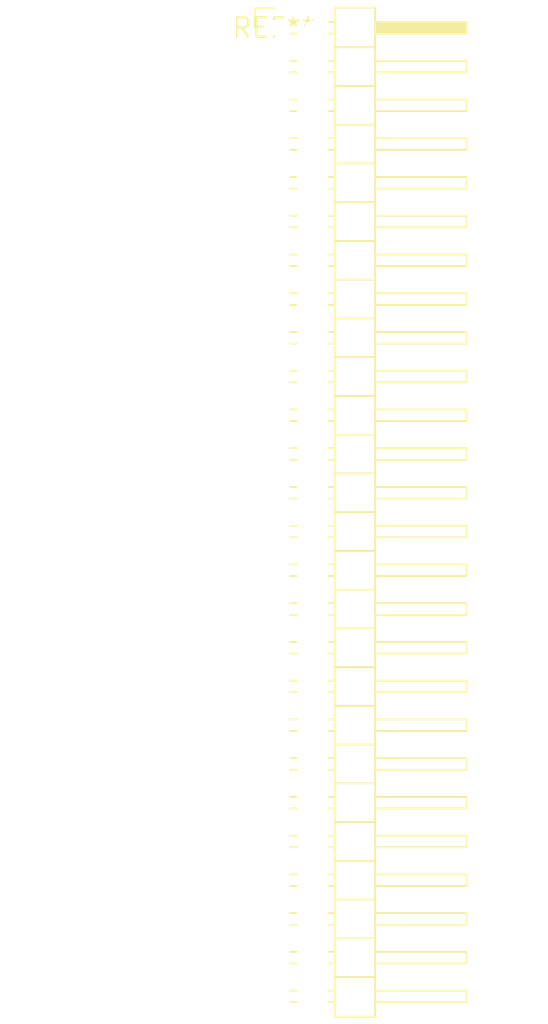
<source format=kicad_pcb>
(kicad_pcb (version 20240108) (generator pcbnew)
  (layers (0 "F.Cu" signal) (31 "B.Cu" signal) (34 "B.Paste" user) (35 "F.Paste" user) (36 "B.SilkS" user "B.Silkscreen") (37 "F.SilkS" user "F.Silkscreen") (38 "B.Mask" user) (39 "F.Mask" user) (44 "Edge.Cuts" user))
  (net 0 "")
  (footprint "PinHeader_2x26_P2.54mm_Horizontal" (layer "F.Cu") (at 0 0)
    (property "Reference" "REF**")
    (property "Value" "PinHeader_2x26_P2.54mm_Horizontal")
    (fp_line (start -1.27 -1.27) (end 0 -1.27) (layer "F.SilkS") (stroke (width 0.12)))
    (fp_line (start -1.27 0) (end -1.27 -1.27) (layer "F.SilkS") (stroke (width 0.12)))
    (fp_line (start 1.042929 2.16) (end 1.497071 2.16) (layer "F.SilkS") (stroke (width 0.12)))
    (fp_line (start 1.042929 2.92) (end 1.497071 2.92) (layer "F.SilkS") (stroke (width 0.12)))
    (fp_line (start 1.042929 4.7) (end 1.497071 4.7) (layer "F.SilkS") (stroke (width 0.12)))
    (fp_line (start 1.042929 5.46) (end 1.497071 5.46) (layer "F.SilkS") (stroke (width 0.12)))
    (fp_line (start 1.042929 7.24) (end 1.497071 7.24) (layer "F.SilkS") (stroke (width 0.12)))
    (fp_line (start 1.042929 8) (end 1.497071 8) (layer "F.SilkS") (stroke (width 0.12)))
    (fp_line (start 1.042929 9.78) (end 1.497071 9.78) (layer "F.SilkS") (stroke (width 0.12)))
    (fp_line (start 1.042929 10.54) (end 1.497071 10.54) (layer "F.SilkS") (stroke (width 0.12)))
    (fp_line (start 1.042929 12.32) (end 1.497071 12.32) (layer "F.SilkS") (stroke (width 0.12)))
    (fp_line (start 1.042929 13.08) (end 1.497071 13.08) (layer "F.SilkS") (stroke (width 0.12)))
    (fp_line (start 1.042929 14.86) (end 1.497071 14.86) (layer "F.SilkS") (stroke (width 0.12)))
    (fp_line (start 1.042929 15.62) (end 1.497071 15.62) (layer "F.SilkS") (stroke (width 0.12)))
    (fp_line (start 1.042929 17.4) (end 1.497071 17.4) (layer "F.SilkS") (stroke (width 0.12)))
    (fp_line (start 1.042929 18.16) (end 1.497071 18.16) (layer "F.SilkS") (stroke (width 0.12)))
    (fp_line (start 1.042929 19.94) (end 1.497071 19.94) (layer "F.SilkS") (stroke (width 0.12)))
    (fp_line (start 1.042929 20.7) (end 1.497071 20.7) (layer "F.SilkS") (stroke (width 0.12)))
    (fp_line (start 1.042929 22.48) (end 1.497071 22.48) (layer "F.SilkS") (stroke (width 0.12)))
    (fp_line (start 1.042929 23.24) (end 1.497071 23.24) (layer "F.SilkS") (stroke (width 0.12)))
    (fp_line (start 1.042929 25.02) (end 1.497071 25.02) (layer "F.SilkS") (stroke (width 0.12)))
    (fp_line (start 1.042929 25.78) (end 1.497071 25.78) (layer "F.SilkS") (stroke (width 0.12)))
    (fp_line (start 1.042929 27.56) (end 1.497071 27.56) (layer "F.SilkS") (stroke (width 0.12)))
    (fp_line (start 1.042929 28.32) (end 1.497071 28.32) (layer "F.SilkS") (stroke (width 0.12)))
    (fp_line (start 1.042929 30.1) (end 1.497071 30.1) (layer "F.SilkS") (stroke (width 0.12)))
    (fp_line (start 1.042929 30.86) (end 1.497071 30.86) (layer "F.SilkS") (stroke (width 0.12)))
    (fp_line (start 1.042929 32.64) (end 1.497071 32.64) (layer "F.SilkS") (stroke (width 0.12)))
    (fp_line (start 1.042929 33.4) (end 1.497071 33.4) (layer "F.SilkS") (stroke (width 0.12)))
    (fp_line (start 1.042929 35.18) (end 1.497071 35.18) (layer "F.SilkS") (stroke (width 0.12)))
    (fp_line (start 1.042929 35.94) (end 1.497071 35.94) (layer "F.SilkS") (stroke (width 0.12)))
    (fp_line (start 1.042929 37.72) (end 1.497071 37.72) (layer "F.SilkS") (stroke (width 0.12)))
    (fp_line (start 1.042929 38.48) (end 1.497071 38.48) (layer "F.SilkS") (stroke (width 0.12)))
    (fp_line (start 1.042929 40.26) (end 1.497071 40.26) (layer "F.SilkS") (stroke (width 0.12)))
    (fp_line (start 1.042929 41.02) (end 1.497071 41.02) (layer "F.SilkS") (stroke (width 0.12)))
    (fp_line (start 1.042929 42.8) (end 1.497071 42.8) (layer "F.SilkS") (stroke (width 0.12)))
    (fp_line (start 1.042929 43.56) (end 1.497071 43.56) (layer "F.SilkS") (stroke (width 0.12)))
    (fp_line (start 1.042929 45.34) (end 1.497071 45.34) (layer "F.SilkS") (stroke (width 0.12)))
    (fp_line (start 1.042929 46.1) (end 1.497071 46.1) (layer "F.SilkS") (stroke (width 0.12)))
    (fp_line (start 1.042929 47.88) (end 1.497071 47.88) (layer "F.SilkS") (stroke (width 0.12)))
    (fp_line (start 1.042929 48.64) (end 1.497071 48.64) (layer "F.SilkS") (stroke (width 0.12)))
    (fp_line (start 1.042929 50.42) (end 1.497071 50.42) (layer "F.SilkS") (stroke (width 0.12)))
    (fp_line (start 1.042929 51.18) (end 1.497071 51.18) (layer "F.SilkS") (stroke (width 0.12)))
    (fp_line (start 1.042929 52.96) (end 1.497071 52.96) (layer "F.SilkS") (stroke (width 0.12)))
    (fp_line (start 1.042929 53.72) (end 1.497071 53.72) (layer "F.SilkS") (stroke (width 0.12)))
    (fp_line (start 1.042929 55.5) (end 1.497071 55.5) (layer "F.SilkS") (stroke (width 0.12)))
    (fp_line (start 1.042929 56.26) (end 1.497071 56.26) (layer "F.SilkS") (stroke (width 0.12)))
    (fp_line (start 1.042929 58.04) (end 1.497071 58.04) (layer "F.SilkS") (stroke (width 0.12)))
    (fp_line (start 1.042929 58.8) (end 1.497071 58.8) (layer "F.SilkS") (stroke (width 0.12)))
    (fp_line (start 1.042929 60.58) (end 1.497071 60.58) (layer "F.SilkS") (stroke (width 0.12)))
    (fp_line (start 1.042929 61.34) (end 1.497071 61.34) (layer "F.SilkS") (stroke (width 0.12)))
    (fp_line (start 1.042929 63.12) (end 1.497071 63.12) (layer "F.SilkS") (stroke (width 0.12)))
    (fp_line (start 1.042929 63.88) (end 1.497071 63.88) (layer "F.SilkS") (stroke (width 0.12)))
    (fp_line (start 1.11 -0.38) (end 1.497071 -0.38) (layer "F.SilkS") (stroke (width 0.12)))
    (fp_line (start 1.11 0.38) (end 1.497071 0.38) (layer "F.SilkS") (stroke (width 0.12)))
    (fp_line (start 3.582929 -0.38) (end 3.98 -0.38) (layer "F.SilkS") (stroke (width 0.12)))
    (fp_line (start 3.582929 0.38) (end 3.98 0.38) (layer "F.SilkS") (stroke (width 0.12)))
    (fp_line (start 3.582929 2.16) (end 3.98 2.16) (layer "F.SilkS") (stroke (width 0.12)))
    (fp_line (start 3.582929 2.92) (end 3.98 2.92) (layer "F.SilkS") (stroke (width 0.12)))
    (fp_line (start 3.582929 4.7) (end 3.98 4.7) (layer "F.SilkS") (stroke (width 0.12)))
    (fp_line (start 3.582929 5.46) (end 3.98 5.46) (layer "F.SilkS") (stroke (width 0.12)))
    (fp_line (start 3.582929 7.24) (end 3.98 7.24) (layer "F.SilkS") (stroke (width 0.12)))
    (fp_line (start 3.582929 8) (end 3.98 8) (layer "F.SilkS") (stroke (width 0.12)))
    (fp_line (start 3.582929 9.78) (end 3.98 9.78) (layer "F.SilkS") (stroke (width 0.12)))
    (fp_line (start 3.582929 10.54) (end 3.98 10.54) (layer "F.SilkS") (stroke (width 0.12)))
    (fp_line (start 3.582929 12.32) (end 3.98 12.32) (layer "F.SilkS") (stroke (width 0.12)))
    (fp_line (start 3.582929 13.08) (end 3.98 13.08) (layer "F.SilkS") (stroke (width 0.12)))
    (fp_line (start 3.582929 14.86) (end 3.98 14.86) (layer "F.SilkS") (stroke (width 0.12)))
    (fp_line (start 3.582929 15.62) (end 3.98 15.62) (layer "F.SilkS") (stroke (width 0.12)))
    (fp_line (start 3.582929 17.4) (end 3.98 17.4) (layer "F.SilkS") (stroke (width 0.12)))
    (fp_line (start 3.582929 18.16) (end 3.98 18.16) (layer "F.SilkS") (stroke (width 0.12)))
    (fp_line (start 3.582929 19.94) (end 3.98 19.94) (layer "F.SilkS") (stroke (width 0.12)))
    (fp_line (start 3.582929 20.7) (end 3.98 20.7) (layer "F.SilkS") (stroke (width 0.12)))
    (fp_line (start 3.582929 22.48) (end 3.98 22.48) (layer "F.SilkS") (stroke (width 0.12)))
    (fp_line (start 3.582929 23.24) (end 3.98 23.24) (layer "F.SilkS") (stroke (width 0.12)))
    (fp_line (start 3.582929 25.02) (end 3.98 25.02) (layer "F.SilkS") (stroke (width 0.12)))
    (fp_line (start 3.582929 25.78) (end 3.98 25.78) (layer "F.SilkS") (stroke (width 0.12)))
    (fp_line (start 3.582929 27.56) (end 3.98 27.56) (layer "F.SilkS") (stroke (width 0.12)))
    (fp_line (start 3.582929 28.32) (end 3.98 28.32) (layer "F.SilkS") (stroke (width 0.12)))
    (fp_line (start 3.582929 30.1) (end 3.98 30.1) (layer "F.SilkS") (stroke (width 0.12)))
    (fp_line (start 3.582929 30.86) (end 3.98 30.86) (layer "F.SilkS") (stroke (width 0.12)))
    (fp_line (start 3.582929 32.64) (end 3.98 32.64) (layer "F.SilkS") (stroke (width 0.12)))
    (fp_line (start 3.582929 33.4) (end 3.98 33.4) (layer "F.SilkS") (stroke (width 0.12)))
    (fp_line (start 3.582929 35.18) (end 3.98 35.18) (layer "F.SilkS") (stroke (width 0.12)))
    (fp_line (start 3.582929 35.94) (end 3.98 35.94) (layer "F.SilkS") (stroke (width 0.12)))
    (fp_line (start 3.582929 37.72) (end 3.98 37.72) (layer "F.SilkS") (stroke (width 0.12)))
    (fp_line (start 3.582929 38.48) (end 3.98 38.48) (layer "F.SilkS") (stroke (width 0.12)))
    (fp_line (start 3.582929 40.26) (end 3.98 40.26) (layer "F.SilkS") (stroke (width 0.12)))
    (fp_line (start 3.582929 41.02) (end 3.98 41.02) (layer "F.SilkS") (stroke (width 0.12)))
    (fp_line (start 3.582929 42.8) (end 3.98 42.8) (layer "F.SilkS") (stroke (width 0.12)))
    (fp_line (start 3.582929 43.56) (end 3.98 43.56) (layer "F.SilkS") (stroke (width 0.12)))
    (fp_line (start 3.582929 45.34) (end 3.98 45.34) (layer "F.SilkS") (stroke (width 0.12)))
    (fp_line (start 3.582929 46.1) (end 3.98 46.1) (layer "F.SilkS") (stroke (width 0.12)))
    (fp_line (start 3.582929 47.88) (end 3.98 47.88) (layer "F.SilkS") (stroke (width 0.12)))
    (fp_line (start 3.582929 48.64) (end 3.98 48.64) (layer "F.SilkS") (stroke (width 0.12)))
    (fp_line (start 3.582929 50.42) (end 3.98 50.42) (layer "F.SilkS") (stroke (width 0.12)))
    (fp_line (start 3.582929 51.18) (end 3.98 51.18) (layer "F.SilkS") (stroke (width 0.12)))
    (fp_line (start 3.582929 52.96) (end 3.98 52.96) (layer "F.SilkS") (stroke (width 0.12)))
    (fp_line (start 3.582929 53.72) (end 3.98 53.72) (layer "F.SilkS") (stroke (width 0.12)))
    (fp_line (start 3.582929 55.5) (end 3.98 55.5) (layer "F.SilkS") (stroke (width 0.12)))
    (fp_line (start 3.582929 56.26) (end 3.98 56.26) (layer "F.SilkS") (stroke (width 0.12)))
    (fp_line (start 3.582929 58.04) (end 3.98 58.04) (layer "F.SilkS") (stroke (width 0.12)))
    (fp_line (start 3.582929 58.8) (end 3.98 58.8) (layer "F.SilkS") (stroke (width 0.12)))
    (fp_line (start 3.582929 60.58) (end 3.98 60.58) (layer "F.SilkS") (stroke (width 0.12)))
    (fp_line (start 3.582929 61.34) (end 3.98 61.34) (layer "F.SilkS") (stroke (width 0.12)))
    (fp_line (start 3.582929 63.12) (end 3.98 63.12) (layer "F.SilkS") (stroke (width 0.12)))
    (fp_line (start 3.582929 63.88) (end 3.98 63.88) (layer "F.SilkS") (stroke (width 0.12)))
    (fp_line (start 3.98 -1.33) (end 3.98 64.83) (layer "F.SilkS") (stroke (width 0.12)))
    (fp_line (start 3.98 1.27) (end 6.64 1.27) (layer "F.SilkS") (stroke (width 0.12)))
    (fp_line (start 3.98 3.81) (end 6.64 3.81) (layer "F.SilkS") (stroke (width 0.12)))
    (fp_line (start 3.98 6.35) (end 6.64 6.35) (layer "F.SilkS") (stroke (width 0.12)))
    (fp_line (start 3.98 8.89) (end 6.64 8.89) (layer "F.SilkS") (stroke (width 0.12)))
    (fp_line (start 3.98 11.43) (end 6.64 11.43) (layer "F.SilkS") (stroke (width 0.12)))
    (fp_line (start 3.98 13.97) (end 6.64 13.97) (layer "F.SilkS") (stroke (width 0.12)))
    (fp_line (start 3.98 16.51) (end 6.64 16.51) (layer "F.SilkS") (stroke (width 0.12)))
    (fp_line (start 3.98 19.05) (end 6.64 19.05) (layer "F.SilkS") (stroke (width 0.12)))
    (fp_line (start 3.98 21.59) (end 6.64 21.59) (layer "F.SilkS") (stroke (width 0.12)))
    (fp_line (start 3.98 24.13) (end 6.64 24.13) (layer "F.SilkS") (stroke (width 0.12)))
    (fp_line (start 3.98 26.67) (end 6.64 26.67) (layer "F.SilkS") (stroke (width 0.12)))
    (fp_line (start 3.98 29.21) (end 6.64 29.21) (layer "F.SilkS") (stroke (width 0.12)))
    (fp_line (start 3.98 31.75) (end 6.64 31.75) (layer "F.SilkS") (stroke (width 0.12)))
    (fp_line (start 3.98 34.29) (end 6.64 34.29) (layer "F.SilkS") (stroke (width 0.12)))
    (fp_line (start 3.98 36.83) (end 6.64 36.83) (layer "F.SilkS") (stroke (width 0.12)))
    (fp_line (start 3.98 39.37) (end 6.64 39.37) (layer "F.SilkS") (stroke (width 0.12)))
    (fp_line (start 3.98 41.91) (end 6.64 41.91) (layer "F.SilkS") (stroke (width 0.12)))
    (fp_line (start 3.98 44.45) (end 6.64 44.45) (layer "F.SilkS") (stroke (width 0.12)))
    (fp_line (start 3.98 46.99) (end 6.64 46.99) (layer "F.SilkS") (stroke (width 0.12)))
    (fp_line (start 3.98 49.53) (end 6.64 49.53) (layer "F.SilkS") (stroke (width 0.12)))
    (fp_line (start 3.98 52.07) (end 6.64 52.07) (layer "F.SilkS") (stroke (width 0.12)))
    (fp_line (start 3.98 54.61) (end 6.64 54.61) (layer "F.SilkS") (stroke (width 0.12)))
    (fp_line (start 3.98 57.15) (end 6.64 57.15) (layer "F.SilkS") (stroke (width 0.12)))
    (fp_line (start 3.98 59.69) (end 6.64 59.69) (layer "F.SilkS") (stroke (width 0.12)))
    (fp_line (start 3.98 62.23) (end 6.64 62.23) (layer "F.SilkS") (stroke (width 0.12)))
    (fp_line (start 3.98 64.83) (end 6.64 64.83) (layer "F.SilkS") (stroke (width 0.12)))
    (fp_line (start 6.64 -1.33) (end 3.98 -1.33) (layer "F.SilkS") (stroke (width 0.12)))
    (fp_line (start 6.64 -0.38) (end 12.64 -0.38) (layer "F.SilkS") (stroke (width 0.12)))
    (fp_line (start 6.64 -0.32) (end 12.64 -0.32) (layer "F.SilkS") (stroke (width 0.12)))
    (fp_line (start 6.64 -0.2) (end 12.64 -0.2) (layer "F.SilkS") (stroke (width 0.12)))
    (fp_line (start 6.64 -0.08) (end 12.64 -0.08) (layer "F.SilkS") (stroke (width 0.12)))
    (fp_line (start 6.64 0.04) (end 12.64 0.04) (layer "F.SilkS") (stroke (width 0.12)))
    (fp_line (start 6.64 0.16) (end 12.64 0.16) (layer "F.SilkS") (stroke (width 0.12)))
    (fp_line (start 6.64 0.28) (end 12.64 0.28) (layer "F.SilkS") (stroke (width 0.12)))
    (fp_line (start 6.64 2.16) (end 12.64 2.16) (layer "F.SilkS") (stroke (width 0.12)))
    (fp_line (start 6.64 4.7) (end 12.64 4.7) (layer "F.SilkS") (stroke (width 0.12)))
    (fp_line (start 6.64 7.24) (end 12.64 7.24) (layer "F.SilkS") (stroke (width 0.12)))
    (fp_line (start 6.64 9.78) (end 12.64 9.78) (layer "F.SilkS") (stroke (width 0.12)))
    (fp_line (start 6.64 12.32) (end 12.64 12.32) (layer "F.SilkS") (stroke (width 0.12)))
    (fp_line (start 6.64 14.86) (end 12.64 14.86) (layer "F.SilkS") (stroke (width 0.12)))
    (fp_line (start 6.64 17.4) (end 12.64 17.4) (layer "F.SilkS") (stroke (width 0.12)))
    (fp_line (start 6.64 19.94) (end 12.64 19.94) (layer "F.SilkS") (stroke (width 0.12)))
    (fp_line (start 6.64 22.48) (end 12.64 22.48) (layer "F.SilkS") (stroke (width 0.12)))
    (fp_line (start 6.64 25.02) (end 12.64 25.02) (layer "F.SilkS") (stroke (width 0.12)))
    (fp_line (start 6.64 27.56) (end 12.64 27.56) (layer "F.SilkS") (stroke (width 0.12)))
    (fp_line (start 6.64 30.1) (end 12.64 30.1) (layer "F.SilkS") (stroke (width 0.12)))
    (fp_line (start 6.64 32.64) (end 12.64 32.64) (layer "F.SilkS") (stroke (width 0.12)))
    (fp_line (start 6.64 35.18) (end 12.64 35.18) (layer "F.SilkS") (stroke (width 0.12)))
    (fp_line (start 6.64 37.72) (end 12.64 37.72) (layer "F.SilkS") (stroke (width 0.12)))
    (fp_line (start 6.64 40.26) (end 12.64 40.26) (layer "F.SilkS") (stroke (width 0.12)))
    (fp_line (start 6.64 42.8) (end 12.64 42.8) (layer "F.SilkS") (stroke (width 0.12)))
    (fp_line (start 6.64 45.34) (end 12.64 45.34) (layer "F.SilkS") (stroke (width 0.12)))
    (fp_line (start 6.64 47.88) (end 12.64 47.88) (layer "F.SilkS") (stroke (width 0.12)))
    (fp_line (start 6.64 50.42) (end 12.64 50.42) (layer "F.SilkS") (stroke (width 0.12)))
    (fp_line (start 6.64 52.96) (end 12.64 52.96) (layer "F.SilkS") (stroke (width 0.12)))
    (fp_line (start 6.64 55.5) (end 12.64 55.5) (layer "F.SilkS") (stroke (width 0.12)))
    (fp_line (start 6.64 58.04) (end 12.64 58.04) (layer "F.SilkS") (stroke (width 0.12)))
    (fp_line (start 6.64 60.58) (end 12.64 60.58) (layer "F.SilkS") (stroke (width 0.12)))
    (fp_line (start 6.64 63.12) (end 12.64 63.12) (layer "F.SilkS") (stroke (width 0.12)))
    (fp_line (start 6.64 64.83) (end 6.64 -1.33) (layer "F.SilkS") (stroke (width 0.12)))
    (fp_line (start 12.64 -0.38) (end 12.64 0.38) (layer "F.SilkS") (stroke (width 0.12)))
    (fp_line (start 12.64 0.38) (end 6.64 0.38) (layer "F.SilkS") (stroke (width 0.12)))
    (fp_line (start 12.64 2.16) (end 12.64 2.92) (layer "F.SilkS") (stroke (width 0.12)))
    (fp_line (start 12.64 2.92) (end 6.64 2.92) (layer "F.SilkS") (stroke (width 0.12)))
    (fp_line (start 12.64 4.7) (end 12.64 5.46) (layer "F.SilkS") (stroke (width 0.12)))
    (fp_line (start 12.64 5.46) (end 6.64 5.46) (layer "F.SilkS") (stroke (width 0.12)))
    (fp_line (start 12.64 7.24) (end 12.64 8) (layer "F.SilkS") (stroke (width 0.12)))
    (fp_line (start 12.64 8) (end 6.64 8) (layer "F.SilkS") (stroke (width 0.12)))
    (fp_line (start 12.64 9.78) (end 12.64 10.54) (layer "F.SilkS") (stroke (width 0.12)))
    (fp_line (start 12.64 10.54) (end 6.64 10.54) (layer "F.SilkS") (stroke (width 0.12)))
    (fp_line (start 12.64 12.32) (end 12.64 13.08) (layer "F.SilkS") (stroke (width 0.12)))
    (fp_line (start 12.64 13.08) (end 6.64 13.08) (layer "F.SilkS") (stroke (width 0.12)))
    (fp_line (start 12.64 14.86) (end 12.64 15.62) (layer "F.SilkS") (stroke (width 0.12)))
    (fp_line (start 12.64 15.62) (end 6.64 15.62) (layer "F.SilkS") (stroke (width 0.12)))
    (fp_line (start 12.64 17.4) (end 12.64 18.16) (layer "F.SilkS") (stroke (width 0.12)))
    (fp_line (start 12.64 18.16) (end 6.64 18.16) (layer "F.SilkS") (stroke (width 0.12)))
    (fp_line (start 12.64 19.94) (end 12.64 20.7) (layer "F.SilkS") (stroke (width 0.12)))
    (fp_line (start 12.64 20.7) (end 6.64 20.7) (layer "F.SilkS") (stroke (width 0.12)))
    (fp_line (start 12.64 22.48) (end 12.64 23.24) (layer "F.SilkS") (stroke (width 0.12)))
    (fp_line (start 12.64 23.24) (end 6.64 23.24) (layer "F.SilkS") (stroke (width 0.12)))
    (fp_line (start 12.64 25.02) (end 12.64 25.78) (layer "F.SilkS") (stroke (width 0.12)))
    (fp_line (start 12.64 25.78) (end 6.64 25.78) (layer "F.SilkS") (stroke (width 0.12)))
    (fp_line (start 12.64 27.56) (end 12.64 28.32) (layer "F.SilkS") (stroke (width 0.12)))
    (fp_line (start 12.64 28.32) (end 6.64 28.32) (layer "F.SilkS") (stroke (width 0.12)))
    (fp_line (start 12.64 30.1) (end 12.64 30.86) (layer "F.SilkS") (stroke (width 0.12)))
    (fp_line (start 12.64 30.86) (end 6.64 30.86) (layer "F.SilkS") (stroke (width 0.12)))
    (fp_line (start 12.64 32.64) (end 12.64 33.4) (layer "F.SilkS") (stroke (width 0.12)))
    (fp_line (start 12.64 33.4) (end 6.64 33.4) (layer "F.SilkS") (stroke (width 0.12)))
    (fp_line (start 12.64 35.18) (end 12.64 35.94) (layer "F.SilkS") (stroke (width 0.12)))
    (fp_line (start 12.64 35.94) (end 6.64 35.94) (layer "F.SilkS") (stroke (width 0.12)))
    (fp_line (start 12.64 37.72) (end 12.64 38.48) (layer "F.SilkS") (stroke (width 0.12)))
    (fp_line (start 12.64 38.48) (end 6.64 38.48) (layer "F.SilkS") (stroke (width 0.12)))
    (fp_line (start 12.64 40.26) (end 12.64 41.02) (layer "F.SilkS") (stroke (width 0.12)))
    (fp_line (start 12.64 41.02) (end 6.64 41.02) (layer "F.SilkS") (stroke (width 0.12)))
    (fp_line (start 12.64 42.8) (end 12.64 43.56) (layer "F.SilkS") (stroke (width 0.12)))
    (fp_line (start 12.64 43.56) (end 6.64 43.56) (layer "F.SilkS") (stroke (width 0.12)))
    (fp_line (start 12.64 45.34) (end 12.64 46.1) (layer "F.SilkS") (stroke (width 0.12)))
    (fp_line (start 12.64 46.1) (end 6.64 46.1) (layer "F.SilkS") (stroke (width 0.12)))
    (fp_line (start 12.64 47.88) (end 12.64 48.64) (layer "F.SilkS") (stroke (width 0.12)))
    (fp_line (start 12.64 48.64) (end 6.64 48.64) (layer "F.SilkS") (stroke (width 0.12)))
    (fp_line (start 12.64 50.42) (end 12.64 51.18) (layer "F.SilkS") (stroke (width 0.12)))
    (fp_line (start 12.64 51.18) (end 6.64 51.18) (layer "F.SilkS") (stroke (width 0.12)))
    (fp_line (start 12.64 52.96) (end 12.64 53.72) (layer "F.SilkS") (stroke (width 0.12)))
    (fp_line (start 12.64 53.72) (end 6.64 53.72) (layer "F.SilkS") (stroke (width 0.12)))
    (fp_line (start 12.64 55.5) (end 12.64 56.26) (layer "F.SilkS") (stroke (width 0.12)))
    (fp_line (start 12.64 56.26) (end 6.64 56.26) (layer "F.SilkS") (stroke (width 0.12)))
    (fp_line (start 12.64 58.04) (end 12.64 58.8) (layer "F.SilkS") (stroke (width 0.12)))
    (fp_line (start 12.64 58.8) (end 6.64 58.8) (layer "F.SilkS") (stroke (width 0.12)))
    (fp_line (start 12.64 60.58) (end 12.64 61.34) (layer "F.SilkS") (stroke (width 0.12)))
    (fp_line (start 12.64 61.34) (end 6.64 61.34) (layer "F.SilkS") (stroke (width 0.12)))
    (fp_line (start 12.64 63.12) (end 12.64 63.88) (layer "F.SilkS") (stroke (width 0.12)))
    (fp_line (start 12.64 63.88) (end 6.64 63.88) (layer "F.SilkS") (stroke (width 0.12)))
    (pad "1" thru_hole rect (at 0 0) (size 1.7 1.7) (drill 1) (layers *.Cu *.Mask) (remove_unused_layers))
    (pad "2" thru_hole oval (at 2.54 0) (size 1.7 1.7) (drill 1) (layers *.Cu *.Mask) (remove_unused_layers))
    (pad "3" thru_hole oval (at 0 2.54) (size 1.7 1.7) (drill 1) (layers *.Cu *.Mask) (remove_unused_layers))
    (pad "4" thru_hole oval (at 2.54 2.54) (size 1.7 1.7) (drill 1) (layers *.Cu *.Mask) (remove_unused_layers))
    (pad "5" thru_hole oval (at 0 5.08) (size 1.7 1.7) (drill 1) (layers *.Cu *.Mask) (remove_unused_layers))
    (pad "6" thru_hole oval (at 2.54 5.08) (size 1.7 1.7) (drill 1) (layers *.Cu *.Mask) (remove_unused_layers))
    (pad "7" thru_hole oval (at 0 7.62) (size 1.7 1.7) (drill 1) (layers *.Cu *.Mask) (remove_unused_layers))
    (pad "8" thru_hole oval (at 2.54 7.62) (size 1.7 1.7) (drill 1) (layers *.Cu *.Mask) (remove_unused_layers))
    (pad "9" thru_hole oval (at 0 10.16) (size 1.7 1.7) (drill 1) (layers *.Cu *.Mask) (remove_unused_layers))
    (pad "10" thru_hole oval (at 2.54 10.16) (size 1.7 1.7) (drill 1) (layers *.Cu *.Mask) (remove_unused_layers))
    (pad "11" thru_hole oval (at 0 12.7) (size 1.7 1.7) (drill 1) (layers *.Cu *.Mask) (remove_unused_layers))
    (pad "12" thru_hole oval (at 2.54 12.7) (size 1.7 1.7) (drill 1) (layers *.Cu *.Mask) (remove_unused_layers))
    (pad "13" thru_hole oval (at 0 15.24) (size 1.7 1.7) (drill 1) (layers *.Cu *.Mask) (remove_unused_layers))
    (pad "14" thru_hole oval (at 2.54 15.24) (size 1.7 1.7) (drill 1) (layers *.Cu *.Mask) (remove_unused_layers))
    (pad "15" thru_hole oval (at 0 17.78) (size 1.7 1.7) (drill 1) (layers *.Cu *.Mask) (remove_unused_layers))
    (pad "16" thru_hole oval (at 2.54 17.78) (size 1.7 1.7) (drill 1) (layers *.Cu *.Mask) (remove_unused_layers))
    (pad "17" thru_hole oval (at 0 20.32) (size 1.7 1.7) (drill 1) (layers *.Cu *.Mask) (remove_unused_layers))
    (pad "18" thru_hole oval (at 2.54 20.32) (size 1.7 1.7) (drill 1) (layers *.Cu *.Mask) (remove_unused_layers))
    (pad "19" thru_hole oval (at 0 22.86) (size 1.7 1.7) (drill 1) (layers *.Cu *.Mask) (remove_unused_layers))
    (pad "20" thru_hole oval (at 2.54 22.86) (size 1.7 1.7) (drill 1) (layers *.Cu *.Mask) (remove_unused_layers))
    (pad "21" thru_hole oval (at 0 25.4) (size 1.7 1.7) (drill 1) (layers *.Cu *.Mask) (remove_unused_layers))
    (pad "22" thru_hole oval (at 2.54 25.4) (size 1.7 1.7) (drill 1) (layers *.Cu *.Mask) (remove_unused_layers))
    (pad "23" thru_hole oval (at 0 27.94) (size 1.7 1.7) (drill 1) (layers *.Cu *.Mask) (remove_unused_layers))
    (pad "24" thru_hole oval (at 2.54 27.94) (size 1.7 1.7) (drill 1) (layers *.Cu *.Mask) (remove_unused_layers))
    (pad "25" thru_hole oval (at 0 30.48) (size 1.7 1.7) (drill 1) (layers *.Cu *.Mask) (remove_unused_layers))
    (pad "26" thru_hole oval (at 2.54 30.48) (size 1.7 1.7) (drill 1) (layers *.Cu *.Mask) (remove_unused_layers))
    (pad "27" thru_hole oval (at 0 33.02) (size 1.7 1.7) (drill 1) (layers *.Cu *.Mask) (remove_unused_layers))
    (pad "28" thru_hole oval (at 2.54 33.02) (size 1.7 1.7) (drill 1) (layers *.Cu *.Mask) (remove_unused_layers))
    (pad "29" thru_hole oval (at 0 35.56) (size 1.7 1.7) (drill 1) (layers *.Cu *.Mask) (remove_unused_layers))
    (pad "30" thru_hole oval (at 2.54 35.56) (size 1.7 1.7) (drill 1) (layers *.Cu *.Mask) (remove_unused_layers))
    (pad "31" thru_hole oval (at 0 38.1) (size 1.7 1.7) (drill 1) (layers *.Cu *.Mask) (remove_unused_layers))
    (pad "32" thru_hole oval (at 2.54 38.1) (size 1.7 1.7) (drill 1) (layers *.Cu *.Mask) (remove_unused_layers))
    (pad "33" thru_hole oval (at 0 40.64) (size 1.7 1.7) (drill 1) (layers *.Cu *.Mask) (remove_unused_layers))
    (pad "34" thru_hole oval (at 2.54 40.64) (size 1.7 1.7) (drill 1) (layers *.Cu *.Mask) (remove_unused_layers))
    (pad "35" thru_hole oval (at 0 43.18) (size 1.7 1.7) (drill 1) (layers *.Cu *.Mask) (remove_unused_layers))
    (pad "36" thru_hole oval (at 2.54 43.18) (size 1.7 1.7) (drill 1) (layers *.Cu *.Mask) (remove_unused_layers))
    (pad "37" thru_hole oval (at 0 45.72) (size 1.7 1.7) (drill 1) (layers *.Cu *.Mask) (remove_unused_layers))
    (pad "38" thru_hole oval (at 2.54 45.72) (size 1.7 1.7) (drill 1) (layers *.Cu *.Mask) (remove_unused_layers))
    (pad "39" thru_hole oval (at 0 48.26) (size 1.7 1.7) (drill 1) (layers *.Cu *.Mask) (remove_unused_layers))
    (pad "40" thru_hole oval (at 2.54 48.26) (size 1.7 1.7) (drill 1) (layers *.Cu *.Mask) (remove_unused_layers))
    (pad "41" thru_hole oval (at 0 50.8) (size 1.7 1.7) (drill 1) (layers *.Cu *.Mask) (remove_unused_layers))
    (pad "42" thru_hole oval (at 2.54 50.8) (size 1.7 1.7) (drill 1) (layers *.Cu *.Mask) (remove_unused_layers))
    (pad "43" thru_hole oval (at 0 53.34) (size 1.7 1.7) (drill 1) (layers *.Cu *.Mask) (remove_unused_layers))
    (pad "44" thru_hole oval (at 2.54 53.34) (size 1.7 1.7) (drill 1) (layers *.Cu *.Mask) (remove_unused_layers))
    (pad "45" thru_hole oval (at 0 55.88) (size 1.7 1.7) (drill 1) (layers *.Cu *.Mask) (remove_unused_layers))
    (pad "46" thru_hole oval (at 2.54 55.88) (size 1.7 1.7) (drill 1) (layers *.Cu *.Mask) (remove_unused_layers))
    (pad "47" thru_hole oval (at 0 58.42) (size 1.7 1.7) (drill 1) (layers *.Cu *.Mask) (remove_unused_layers))
    (pad "48" thru_hole oval (at 2.54 58.42) (size 1.7 1.7) (drill 1) (layers *.Cu *.Mask) (remove_unused_layers))
    (pad "49" thru_hole oval (at 0 60.96) (size 1.7 1.7) (drill 1) (layers *.Cu *.Mask) (remove_unused_layers))
    (pad "50" thru_hole oval (at 2.54 60.96) (size 1.7 1.7) (drill 1) (layers *.Cu *.Mask) (remove_unused_layers))
    (pad "51" thru_hole oval (at 0 63.5) (size 1.7 1.7) (drill 1) (layers *.Cu *.Mask) (remove_unused_layers))
    (pad "52" thru_hole oval (at 2.54 63.5) (size 1.7 1.7) (drill 1) (layers *.Cu *.Mask) (remove_unused_layers))
  )
)
</source>
